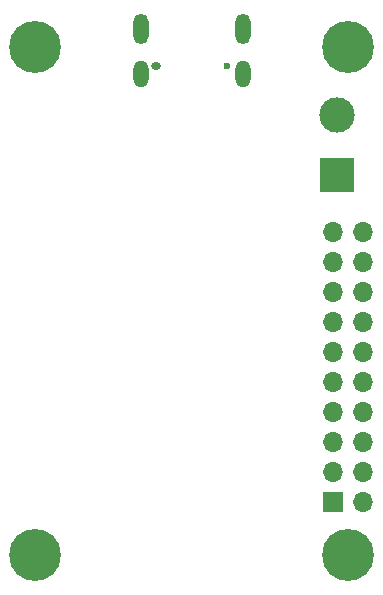
<source format=gbr>
%TF.GenerationSoftware,KiCad,Pcbnew,8.0.6*%
%TF.CreationDate,2024-11-24T22:42:30+01:00*%
%TF.ProjectId,ecad,65636164-2e6b-4696-9361-645f70636258,rev?*%
%TF.SameCoordinates,Original*%
%TF.FileFunction,Soldermask,Bot*%
%TF.FilePolarity,Negative*%
%FSLAX46Y46*%
G04 Gerber Fmt 4.6, Leading zero omitted, Abs format (unit mm)*
G04 Created by KiCad (PCBNEW 8.0.6) date 2024-11-24 22:42:30*
%MOMM*%
%LPD*%
G01*
G04 APERTURE LIST*
%ADD10C,0.600000*%
%ADD11O,0.850000X0.600000*%
%ADD12O,1.300000X2.300000*%
%ADD13O,1.300000X2.600000*%
%ADD14R,3.000000X3.000000*%
%ADD15C,3.000000*%
%ADD16C,2.600000*%
%ADD17C,4.400000*%
%ADD18R,1.700000X1.700000*%
%ADD19O,1.700000X1.700000*%
G04 APERTURE END LIST*
D10*
%TO.C,J1*%
X107550000Y-151760000D03*
D11*
X101550000Y-151760000D03*
D12*
X108870000Y-152485000D03*
D13*
X108870000Y-148660000D03*
D12*
X100230000Y-152485000D03*
D13*
X100230000Y-148660000D03*
%TD*%
D14*
%TO.C,J3*%
X116900000Y-161015000D03*
D15*
X116900000Y-155935000D03*
%TD*%
D16*
%TO.C,H2*%
X91300000Y-193175000D03*
D17*
X91300000Y-193175000D03*
%TD*%
D16*
%TO.C,H4*%
X91300000Y-150175000D03*
D17*
X91300000Y-150175000D03*
%TD*%
D16*
%TO.C,H3*%
X117800000Y-150175000D03*
D17*
X117800000Y-150175000D03*
%TD*%
D16*
%TO.C,H1*%
X117800000Y-193175000D03*
D17*
X117800000Y-193175000D03*
%TD*%
D18*
%TO.C,J4*%
X116510000Y-188725000D03*
D19*
X119050000Y-188725000D03*
X116510000Y-186185000D03*
X119050000Y-186185000D03*
X116510000Y-183645000D03*
X119050000Y-183645000D03*
X116510000Y-181105000D03*
X119050000Y-181105000D03*
X116510000Y-178565000D03*
X119050000Y-178565000D03*
X116510000Y-176025000D03*
X119050000Y-176025000D03*
X116510000Y-173485000D03*
X119050000Y-173485000D03*
X116510000Y-170945000D03*
X119050000Y-170945000D03*
X116510000Y-168405000D03*
X119050000Y-168405000D03*
X116510000Y-165865000D03*
X119050000Y-165865000D03*
%TD*%
M02*

</source>
